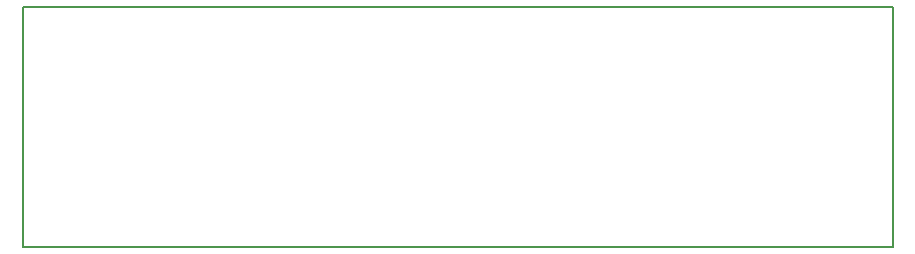
<source format=gm1>
G04 #@! TF.GenerationSoftware,KiCad,Pcbnew,(5.0.0)*
G04 #@! TF.CreationDate,2018-10-21T19:13:21+02:00*
G04 #@! TF.ProjectId,mibo64_stm32,6D69626F36345F73746D33322E6B6963,rev?*
G04 #@! TF.SameCoordinates,PX6486dd0PY621abf0*
G04 #@! TF.FileFunction,Profile,NP*
%FSLAX46Y46*%
G04 Gerber Fmt 4.6, Leading zero omitted, Abs format (unit mm)*
G04 Created by KiCad (PCBNEW (5.0.0)) date 10/21/18 19:13:21*
%MOMM*%
%LPD*%
G01*
G04 APERTURE LIST*
%ADD10C,0.150000*%
G04 APERTURE END LIST*
D10*
X0Y-20320000D02*
X0Y0D01*
X73660000Y-20320000D02*
X0Y-20320000D01*
X73660000Y0D02*
X73660000Y-20320000D01*
X0Y0D02*
X73660000Y0D01*
M02*

</source>
